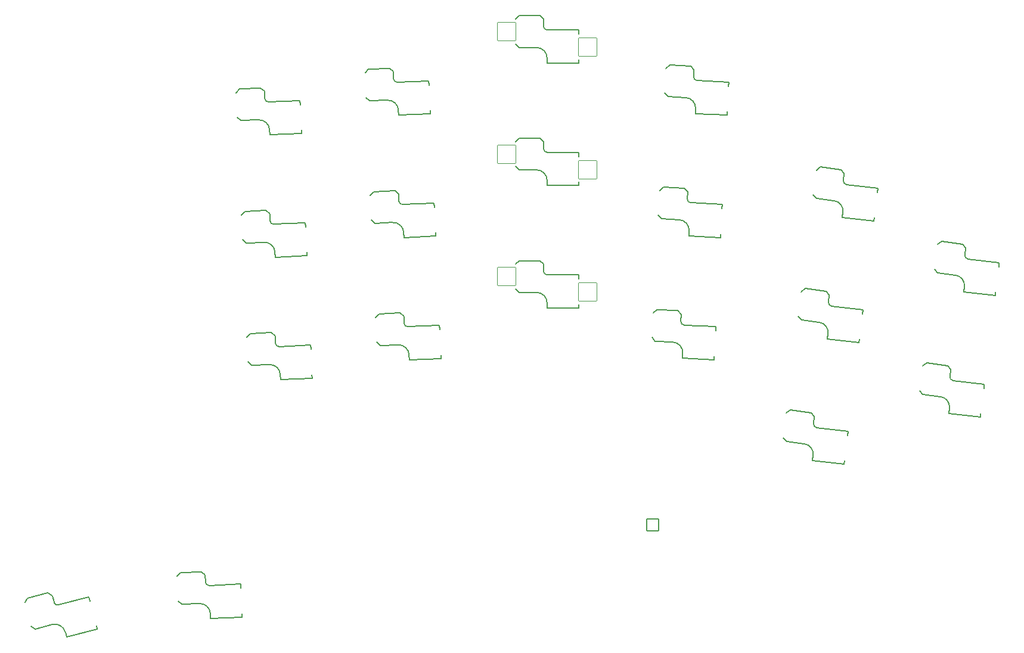
<source format=gbo>
G04 #@! TF.GenerationSoftware,KiCad,Pcbnew,8.0.5-dirty*
G04 #@! TF.CreationDate,2024-10-14T15:43:55+03:00*
G04 #@! TF.ProjectId,Kivipallur_right,4b697669-7061-46c6-9c75-725f72696768,1*
G04 #@! TF.SameCoordinates,Original*
G04 #@! TF.FileFunction,Legend,Bot*
G04 #@! TF.FilePolarity,Positive*
%FSLAX46Y46*%
G04 Gerber Fmt 4.6, Leading zero omitted, Abs format (unit mm)*
G04 Created by KiCad (PCBNEW 8.0.5-dirty) date 2024-10-14 15:43:55*
%MOMM*%
%LPD*%
G01*
G04 APERTURE LIST*
G04 Aperture macros list*
%AMRoundRect*
0 Rectangle with rounded corners*
0 $1 Rounding radius*
0 $2 $3 $4 $5 $6 $7 $8 $9 X,Y pos of 4 corners*
0 Add a 4 corners polygon primitive as box body*
4,1,4,$2,$3,$4,$5,$6,$7,$8,$9,$2,$3,0*
0 Add four circle primitives for the rounded corners*
1,1,$1+$1,$2,$3*
1,1,$1+$1,$4,$5*
1,1,$1+$1,$6,$7*
1,1,$1+$1,$8,$9*
0 Add four rect primitives between the rounded corners*
20,1,$1+$1,$2,$3,$4,$5,0*
20,1,$1+$1,$4,$5,$6,$7,0*
20,1,$1+$1,$6,$7,$8,$9,0*
20,1,$1+$1,$8,$9,$2,$3,0*%
%AMHorizOval*
0 Thick line with rounded ends*
0 $1 width*
0 $2 $3 position (X,Y) of the first rounded end (center of the circle)*
0 $4 $5 position (X,Y) of the second rounded end (center of the circle)*
0 Add line between two ends*
20,1,$1,$2,$3,$4,$5,0*
0 Add two circle primitives to create the rounded ends*
1,1,$1,$2,$3*
1,1,$1,$4,$5*%
G04 Aperture macros list end*
%ADD10C,0.150000*%
%ADD11C,4.500000*%
%ADD12C,1.801800*%
%ADD13C,3.100000*%
%ADD14C,3.529000*%
%ADD15RoundRect,0.050000X-1.242057X-1.355468X1.355468X-1.242057X1.242057X1.355468X-1.355468X1.242057X0*%
%ADD16C,2.132000*%
%ADD17RoundRect,0.050000X-1.366255X-1.230182X1.230182X-1.366255X1.366255X1.230182X-1.230182X1.366255X0*%
%ADD18RoundRect,0.050000X-1.300000X-1.300000X1.300000X-1.300000X1.300000X1.300000X-1.300000X1.300000X0*%
%ADD19RoundRect,0.050000X-1.448740X-1.131880X1.131880X-1.448740X1.448740X1.131880X-1.131880X1.448740X0*%
%ADD20RoundRect,0.050000X-0.850000X-0.850000X0.850000X-0.850000X0.850000X0.850000X-0.850000X0.850000X0*%
%ADD21O,1.800000X1.800000*%
%ADD22C,1.900000*%
%ADD23RoundRect,0.475000X-0.453829X-0.495267X0.495267X-0.453829X0.453829X0.495267X-0.495267X0.453829X0*%
%ADD24C,0.900000*%
%ADD25HorizOval,1.700000X-0.008724X0.199810X0.008724X-0.199810X0*%
%ADD26RoundRect,0.050000X-0.933098X-1.584086X1.584086X-0.933098X0.933098X1.584086X-1.584086X0.933098X0*%
G04 APERTURE END LIST*
D10*
X111683086Y-71595530D02*
X112160801Y-71074197D01*
X111835754Y-75092199D02*
X112357088Y-75569914D01*
X112160801Y-71074197D02*
X115157945Y-70943339D01*
X112357088Y-75569914D02*
X114854708Y-75460865D01*
X115157945Y-70943339D02*
X115679279Y-71421053D01*
X115722899Y-72420101D02*
X115679279Y-71421053D01*
X116418710Y-76894008D02*
X116449243Y-77593342D01*
X116449243Y-77593342D02*
X120944960Y-77397055D01*
X120739949Y-72701528D02*
X116244232Y-72897816D01*
X120766121Y-73300957D02*
X120739949Y-72701528D01*
X120944960Y-77397055D02*
X120923151Y-76897531D01*
X114854708Y-75460865D02*
G75*
G02*
X116418711Y-76894008I65430J-1498573D01*
G01*
X116244232Y-72897816D02*
G75*
G02*
X115722898Y-72420101I-21809J499525D01*
G01*
X170863736Y-71620968D02*
X171336883Y-72146451D01*
X171046912Y-68125765D02*
X171572395Y-67652618D01*
X171336883Y-72146451D02*
X173833457Y-72277291D01*
X171572395Y-67652618D02*
X174568283Y-67809626D01*
X174568283Y-67809626D02*
X175041430Y-68335108D01*
X174989094Y-69333738D02*
X175041430Y-68335108D01*
X175216262Y-74552780D02*
X179710095Y-74788291D01*
X175252897Y-73853739D02*
X175216262Y-74552780D01*
X179710095Y-74788291D02*
X179736263Y-74288977D01*
X179924672Y-70693910D02*
X179956074Y-70094733D01*
X179956074Y-70094733D02*
X175462241Y-69859221D01*
X173833457Y-72277291D02*
G75*
G02*
X175252897Y-73853739I-78504J-1497944D01*
G01*
X175462241Y-69859221D02*
G75*
G02*
X174989094Y-69333738I26168J499315D01*
G01*
X112442063Y-88978969D02*
X112919778Y-88457636D01*
X112594731Y-92475638D02*
X113116065Y-92953353D01*
X112919778Y-88457636D02*
X115916922Y-88326778D01*
X113116065Y-92953353D02*
X115613685Y-92844304D01*
X115916922Y-88326778D02*
X116438256Y-88804492D01*
X116481876Y-89803540D02*
X116438256Y-88804492D01*
X117177687Y-94277447D02*
X117208220Y-94976781D01*
X117208220Y-94976781D02*
X121703937Y-94780494D01*
X121498926Y-90084967D02*
X117003209Y-90281255D01*
X121525098Y-90684396D02*
X121498926Y-90084967D01*
X121703937Y-94780494D02*
X121682128Y-94280970D01*
X115613685Y-92844304D02*
G75*
G02*
X117177688Y-94277447I65430J-1498573D01*
G01*
X117003209Y-90281255D02*
G75*
G02*
X116481875Y-89803540I-21809J499525D01*
G01*
X110924109Y-54212091D02*
X111401824Y-53690758D01*
X111076777Y-57708760D02*
X111598111Y-58186475D01*
X111401824Y-53690758D02*
X114398968Y-53559900D01*
X111598111Y-58186475D02*
X114095731Y-58077426D01*
X114398968Y-53559900D02*
X114920302Y-54037614D01*
X114963922Y-55036662D02*
X114920302Y-54037614D01*
X115659733Y-59510569D02*
X115690266Y-60209903D01*
X115690266Y-60209903D02*
X120185983Y-60013616D01*
X119980972Y-55318089D02*
X115485255Y-55514377D01*
X120007144Y-55917518D02*
X119980972Y-55318089D01*
X120185983Y-60013616D02*
X120164174Y-59514092D01*
X114095731Y-58077426D02*
G75*
G02*
X115659734Y-59510569I65430J-1498573D01*
G01*
X115485255Y-55514377D02*
G75*
G02*
X114963921Y-55036662I-21809J499525D01*
G01*
X150571278Y-61183709D02*
X151071278Y-60683709D01*
X150571278Y-64683709D02*
X151071278Y-65183709D01*
X151071278Y-60683709D02*
X154071278Y-60683709D01*
X151071278Y-65183709D02*
X153571278Y-65183709D01*
X154071278Y-60683709D02*
X154571278Y-61183709D01*
X154571278Y-62183709D02*
X154571278Y-61183709D01*
X155071278Y-66683709D02*
X155071278Y-67383709D01*
X155071278Y-67383709D02*
X159571278Y-67383709D01*
X159571278Y-62683709D02*
X155071278Y-62683709D01*
X159571278Y-63283709D02*
X159571278Y-62683709D01*
X159571278Y-67383709D02*
X159571278Y-66883709D01*
X153571278Y-65183709D02*
G75*
G02*
X155071278Y-66683709I0J-1500000D01*
G01*
X155071278Y-62683709D02*
G75*
G02*
X154571278Y-62183709I0J500000D01*
G01*
X150571278Y-78583709D02*
X151071278Y-78083709D01*
X150571278Y-82083709D02*
X151071278Y-82583709D01*
X151071278Y-78083709D02*
X154071278Y-78083709D01*
X151071278Y-82583709D02*
X153571278Y-82583709D01*
X154071278Y-78083709D02*
X154571278Y-78583709D01*
X154571278Y-79583709D02*
X154571278Y-78583709D01*
X155071278Y-84083709D02*
X155071278Y-84783709D01*
X155071278Y-84783709D02*
X159571278Y-84783709D01*
X159571278Y-80083709D02*
X155071278Y-80083709D01*
X159571278Y-80683709D02*
X159571278Y-80083709D01*
X159571278Y-84783709D02*
X159571278Y-84283709D01*
X153571278Y-82583709D02*
G75*
G02*
X155071278Y-84083709I0J-1500000D01*
G01*
X155071278Y-80083709D02*
G75*
G02*
X154571278Y-79583709I0J500000D01*
G01*
X169953090Y-88997122D02*
X170426237Y-89522605D01*
X170136266Y-85501919D02*
X170661749Y-85028772D01*
X170426237Y-89522605D02*
X172922811Y-89653445D01*
X170661749Y-85028772D02*
X173657637Y-85185780D01*
X173657637Y-85185780D02*
X174130784Y-85711262D01*
X174078448Y-86709892D02*
X174130784Y-85711262D01*
X174305616Y-91928934D02*
X178799449Y-92164445D01*
X174342251Y-91229893D02*
X174305616Y-91928934D01*
X178799449Y-92164445D02*
X178825617Y-91665131D01*
X179014026Y-88070064D02*
X179045428Y-87470887D01*
X179045428Y-87470887D02*
X174551595Y-87235375D01*
X172922811Y-89653445D02*
G75*
G02*
X174342251Y-91229893I-78504J-1497944D01*
G01*
X174551595Y-87235375D02*
G75*
G02*
X174078448Y-86709892I26168J499315D01*
G01*
X102514163Y-122944346D02*
X102991878Y-122423013D01*
X102666831Y-126441015D02*
X103188165Y-126918730D01*
X102991878Y-122423013D02*
X105989022Y-122292155D01*
X103188165Y-126918730D02*
X105685785Y-126809681D01*
X105989022Y-122292155D02*
X106510356Y-122769869D01*
X106553976Y-123768917D02*
X106510356Y-122769869D01*
X107249787Y-128242824D02*
X107280320Y-128942158D01*
X107280320Y-128942158D02*
X111776037Y-128745871D01*
X111571026Y-124050344D02*
X107075309Y-124246632D01*
X111597198Y-124649773D02*
X111571026Y-124050344D01*
X111776037Y-128745871D02*
X111754228Y-128246347D01*
X105685785Y-126809681D02*
G75*
G02*
X107249788Y-128242824I65430J-1498573D01*
G01*
X107075309Y-124246632D02*
G75*
G02*
X106553975Y-123768917I-21809J499525D01*
G01*
X190766315Y-85961242D02*
X191201653Y-86518450D01*
X191192858Y-82487331D02*
X191750065Y-82051994D01*
X191201653Y-86518450D02*
X193683019Y-86823124D01*
X191750065Y-82051994D02*
X194727704Y-82417601D01*
X194727704Y-82417601D02*
X195163042Y-82974808D01*
X194903725Y-89189529D02*
X199370183Y-89737941D01*
X194989034Y-88494747D02*
X194903725Y-89189529D01*
X195041173Y-83967354D02*
X195163042Y-82974808D01*
X199370183Y-89737941D02*
X199431118Y-89241668D01*
X199869847Y-85668502D02*
X199942969Y-85072974D01*
X199942969Y-85072974D02*
X195476511Y-84524562D01*
X193683019Y-86823124D02*
G75*
G02*
X194989034Y-88494747I-182804J-1488819D01*
G01*
X195476511Y-84524562D02*
G75*
G02*
X195041173Y-83967354I60935J496273D01*
G01*
X130737312Y-86178276D02*
X131215027Y-85656943D01*
X130889980Y-89674945D02*
X131411314Y-90152660D01*
X131215027Y-85656943D02*
X134212171Y-85526085D01*
X131411314Y-90152660D02*
X133908934Y-90043611D01*
X134212171Y-85526085D02*
X134733505Y-86003799D01*
X134777125Y-87002847D02*
X134733505Y-86003799D01*
X135472936Y-91476754D02*
X135503469Y-92176088D01*
X135503469Y-92176088D02*
X139999186Y-91979801D01*
X139794175Y-87284274D02*
X135298458Y-87480562D01*
X139820347Y-87883703D02*
X139794175Y-87284274D01*
X139999186Y-91979801D02*
X139977377Y-91480277D01*
X133908934Y-90043611D02*
G75*
G02*
X135472937Y-91476754I65430J-1498573D01*
G01*
X135298458Y-87480562D02*
G75*
G02*
X134777124Y-87002847I-21809J499525D01*
G01*
X192886841Y-68690939D02*
X193322179Y-69248147D01*
X193313384Y-65217028D02*
X193870591Y-64781691D01*
X193322179Y-69248147D02*
X195803545Y-69552821D01*
X193870591Y-64781691D02*
X196848230Y-65147298D01*
X196848230Y-65147298D02*
X197283568Y-65704505D01*
X197024251Y-71919226D02*
X201490709Y-72467638D01*
X197109560Y-71224444D02*
X197024251Y-71919226D01*
X197161699Y-66697051D02*
X197283568Y-65704505D01*
X201490709Y-72467638D02*
X201551644Y-71971365D01*
X201990373Y-68398199D02*
X202063495Y-67802671D01*
X202063495Y-67802671D02*
X197597037Y-67254259D01*
X195803545Y-69552821D02*
G75*
G02*
X197109560Y-71224444I-182804J-1488819D01*
G01*
X197597037Y-67254259D02*
G75*
G02*
X197161699Y-66697051I60935J496273D01*
G01*
X188645788Y-103231545D02*
X189081126Y-103788753D01*
X189072331Y-99757634D02*
X189629538Y-99322297D01*
X189081126Y-103788753D02*
X191562492Y-104093427D01*
X189629538Y-99322297D02*
X192607177Y-99687904D01*
X192607177Y-99687904D02*
X193042515Y-100245111D01*
X192783198Y-106459832D02*
X197249656Y-107008244D01*
X192868507Y-105765050D02*
X192783198Y-106459832D01*
X192920646Y-101237657D02*
X193042515Y-100245111D01*
X197249656Y-107008244D02*
X197310591Y-106511971D01*
X197749320Y-102938805D02*
X197822442Y-102343277D01*
X197822442Y-102343277D02*
X193355984Y-101794865D01*
X191562492Y-104093427D02*
G75*
G02*
X192868507Y-105765050I-182804J-1488819D01*
G01*
X193355984Y-101794865D02*
G75*
G02*
X192920646Y-101237657I60935J496273D01*
G01*
X210125988Y-79270723D02*
X210561326Y-79827931D01*
X210552531Y-75796812D02*
X211109738Y-75361475D01*
X210561326Y-79827931D02*
X213042692Y-80132605D01*
X211109738Y-75361475D02*
X214087377Y-75727082D01*
X214087377Y-75727082D02*
X214522715Y-76284289D01*
X214263398Y-82499010D02*
X218729856Y-83047422D01*
X214348707Y-81804228D02*
X214263398Y-82499010D01*
X214400846Y-77276835D02*
X214522715Y-76284289D01*
X218729856Y-83047422D02*
X218790791Y-82551149D01*
X219229520Y-78977983D02*
X219302642Y-78382455D01*
X219302642Y-78382455D02*
X214836184Y-77834043D01*
X213042692Y-80132605D02*
G75*
G02*
X214348707Y-81804228I-182804J-1488819D01*
G01*
X214836184Y-77834043D02*
G75*
G02*
X214400846Y-77276835I60935J496273D01*
G01*
X171774381Y-54244814D02*
X172247528Y-54770297D01*
X171957557Y-50749611D02*
X172483040Y-50276464D01*
X172247528Y-54770297D02*
X174744102Y-54901137D01*
X172483040Y-50276464D02*
X175478928Y-50433472D01*
X175478928Y-50433472D02*
X175952075Y-50958954D01*
X175899739Y-51957584D02*
X175952075Y-50958954D01*
X176126907Y-57176626D02*
X180620740Y-57412137D01*
X176163542Y-56477585D02*
X176126907Y-57176626D01*
X180620740Y-57412137D02*
X180646908Y-56912823D01*
X180835317Y-53317756D02*
X180866719Y-52718579D01*
X180866719Y-52718579D02*
X176372886Y-52483067D01*
X174744102Y-54901137D02*
G75*
G02*
X176163542Y-56477585I-78504J-1497944D01*
G01*
X176372886Y-52483067D02*
G75*
G02*
X175899739Y-51957584I26168J499315D01*
G01*
X150571278Y-43783709D02*
X151071278Y-43283709D01*
X150571278Y-47283709D02*
X151071278Y-47783709D01*
X151071278Y-43283709D02*
X154071278Y-43283709D01*
X151071278Y-47783709D02*
X153571278Y-47783709D01*
X154071278Y-43283709D02*
X154571278Y-43783709D01*
X154571278Y-44783709D02*
X154571278Y-43783709D01*
X155071278Y-49283709D02*
X155071278Y-49983709D01*
X155071278Y-49983709D02*
X159571278Y-49983709D01*
X159571278Y-45283709D02*
X155071278Y-45283709D01*
X159571278Y-45883709D02*
X159571278Y-45283709D01*
X159571278Y-49983709D02*
X159571278Y-49483709D01*
X153571278Y-47783709D02*
G75*
G02*
X155071278Y-49283709I0J-1500000D01*
G01*
X155071278Y-45283709D02*
G75*
G02*
X154571278Y-44783709I0J500000D01*
G01*
X129978335Y-68794837D02*
X130456050Y-68273504D01*
X130131003Y-72291506D02*
X130652337Y-72769221D01*
X130456050Y-68273504D02*
X133453194Y-68142646D01*
X130652337Y-72769221D02*
X133149957Y-72660172D01*
X133453194Y-68142646D02*
X133974528Y-68620360D01*
X134018148Y-69619408D02*
X133974528Y-68620360D01*
X134713959Y-74093315D02*
X134744492Y-74792649D01*
X134744492Y-74792649D02*
X139240209Y-74596362D01*
X139035198Y-69900835D02*
X134539481Y-70097123D01*
X139061370Y-70500264D02*
X139035198Y-69900835D01*
X139240209Y-74596362D02*
X139218400Y-74096838D01*
X133149957Y-72660172D02*
G75*
G02*
X134713960Y-74093315I65430J-1498573D01*
G01*
X134539481Y-70097123D02*
G75*
G02*
X134018147Y-69619408I-21809J499525D01*
G01*
X129219357Y-51411398D02*
X129697072Y-50890065D01*
X129372025Y-54908067D02*
X129893359Y-55385782D01*
X129697072Y-50890065D02*
X132694216Y-50759207D01*
X129893359Y-55385782D02*
X132390979Y-55276733D01*
X132694216Y-50759207D02*
X133215550Y-51236921D01*
X133259170Y-52235969D02*
X133215550Y-51236921D01*
X133954981Y-56709876D02*
X133985514Y-57409210D01*
X133985514Y-57409210D02*
X138481231Y-57212923D01*
X138276220Y-52517396D02*
X133780503Y-52713684D01*
X138302392Y-53116825D02*
X138276220Y-52517396D01*
X138481231Y-57212923D02*
X138459422Y-56713399D01*
X132390979Y-55276733D02*
G75*
G02*
X133954982Y-56709876I65430J-1498573D01*
G01*
X133780503Y-52713684D02*
G75*
G02*
X133259169Y-52235969I-21809J499525D01*
G01*
X208005461Y-96541026D02*
X208440799Y-97098234D01*
X208432004Y-93067115D02*
X208989211Y-92631778D01*
X208440799Y-97098234D02*
X210922165Y-97402908D01*
X208989211Y-92631778D02*
X211966850Y-92997385D01*
X211966850Y-92997385D02*
X212402188Y-93554592D01*
X212142871Y-99769313D02*
X216609329Y-100317725D01*
X212228180Y-99074531D02*
X212142871Y-99769313D01*
X212280319Y-94547138D02*
X212402188Y-93554592D01*
X216609329Y-100317725D02*
X216670264Y-99821452D01*
X217108993Y-96248286D02*
X217182115Y-95652758D01*
X217182115Y-95652758D02*
X212715657Y-95104346D01*
X210922165Y-97402908D02*
G75*
G02*
X212228180Y-99074531I-182804J-1488819D01*
G01*
X212715657Y-95104346D02*
G75*
G02*
X212280319Y-94547138I60935J496273D01*
G01*
X80899097Y-126674820D02*
X81257981Y-126065556D01*
X81257981Y-126065556D02*
X84162423Y-125314416D01*
X81775427Y-130063337D02*
X82384691Y-130422221D01*
X82384691Y-130422221D02*
X84805060Y-129796271D01*
X84162423Y-125314416D02*
X84771687Y-125673300D01*
X85022067Y-126641448D02*
X84771687Y-125673300D01*
X86632851Y-130872922D02*
X86808117Y-131550626D01*
X86808117Y-131550626D02*
X91164781Y-130423916D01*
X89987994Y-125873622D02*
X85631331Y-127000332D01*
X90138223Y-126454510D02*
X89987994Y-125873622D01*
X91164781Y-130423916D02*
X91039591Y-129939842D01*
X84805060Y-129796271D02*
G75*
G02*
X86632851Y-130872922I375570J-1452221D01*
G01*
X85631331Y-127000332D02*
G75*
G02*
X85022067Y-126641448I-125190J484074D01*
G01*
%LPC*%
D11*
X152571278Y-99283709D03*
D12*
X108522287Y-79440870D03*
D13*
X113757517Y-73256626D03*
D14*
X114017052Y-79200963D03*
D13*
X118848720Y-75236435D03*
D12*
X119511817Y-78961056D03*
D15*
X110485634Y-73399480D03*
D16*
X114274406Y-85095348D03*
X109187565Y-83215443D03*
D15*
X122120603Y-75093582D03*
D12*
X167148722Y-75632036D03*
D13*
X172952583Y-69978038D03*
D14*
X172641184Y-75919884D03*
D13*
X177830592Y-72436703D03*
D12*
X178133646Y-76207732D03*
D17*
X169682071Y-69806638D03*
D16*
X172332402Y-81811798D03*
X167449160Y-79452996D03*
D17*
X181101103Y-72608103D03*
D12*
X109281264Y-96824309D03*
D13*
X114516494Y-90640065D03*
D14*
X114776029Y-96584402D03*
D13*
X119607697Y-92619874D03*
D12*
X120270794Y-96344495D03*
D15*
X111244611Y-90782919D03*
D16*
X115033383Y-102478787D03*
X109946542Y-100598882D03*
D15*
X122879580Y-92477021D03*
D12*
X107763310Y-62057431D03*
D13*
X112998540Y-55873187D03*
D14*
X113258075Y-61817524D03*
D13*
X118089743Y-57852996D03*
D12*
X118752840Y-61577617D03*
D15*
X109726657Y-56016041D03*
D16*
X113515429Y-67711909D03*
X108428588Y-65832004D03*
D15*
X121361626Y-57710143D03*
D12*
X147071278Y-68883709D03*
D13*
X152571278Y-62933709D03*
D14*
X152571278Y-68883709D03*
D13*
X157571278Y-65133709D03*
D12*
X158071278Y-68883709D03*
D18*
X149296278Y-62933709D03*
D16*
X152571278Y-74783709D03*
X147571278Y-72683709D03*
D18*
X160846278Y-65133709D03*
D11*
X207833466Y-114352832D03*
D12*
X147071278Y-86283709D03*
D13*
X152571278Y-80333709D03*
D14*
X152571278Y-86283709D03*
D13*
X157571278Y-82533709D03*
D12*
X158071278Y-86283709D03*
D18*
X149296278Y-80333709D03*
D16*
X152571278Y-92183709D03*
X147571278Y-90083709D03*
D18*
X160846278Y-82533709D03*
D12*
X166238076Y-93008190D03*
D13*
X172041937Y-87354192D03*
D14*
X171730538Y-93296038D03*
D13*
X176919946Y-89812857D03*
D12*
X177223000Y-93583886D03*
D17*
X168771425Y-87182792D03*
D16*
X171421756Y-99187952D03*
X166538514Y-96829150D03*
D17*
X180190457Y-89984257D03*
D12*
X99353364Y-130789686D03*
D13*
X104588594Y-124605442D03*
D14*
X104848129Y-130549779D03*
D13*
X109679797Y-126585251D03*
D12*
X110342894Y-130309872D03*
D15*
X101316711Y-124748296D03*
D16*
X105105483Y-136444164D03*
X100018642Y-134564259D03*
D15*
X112951680Y-126442398D03*
D12*
X186780552Y-89703394D03*
D13*
X192964679Y-84468025D03*
D14*
X192239556Y-90373675D03*
D13*
X197659297Y-87260974D03*
D12*
X197698560Y-91043956D03*
D19*
X189714090Y-84068903D03*
D16*
X191520527Y-96229697D03*
X186813722Y-93536004D03*
D19*
X200909885Y-87660096D03*
D12*
X127576513Y-94023616D03*
D13*
X132811743Y-87839372D03*
D14*
X133071278Y-93783709D03*
D13*
X137902946Y-89819181D03*
D12*
X138566043Y-93543802D03*
D15*
X129539860Y-87982226D03*
D16*
X133328632Y-99678094D03*
X128241791Y-97798189D03*
D15*
X141174829Y-89676328D03*
D12*
X188901078Y-72433091D03*
D13*
X195085205Y-67197722D03*
D14*
X194360082Y-73103372D03*
D13*
X199779823Y-69990671D03*
D12*
X199819086Y-73773653D03*
D19*
X191834616Y-66798600D03*
D16*
X193641053Y-78959394D03*
X188934248Y-76265701D03*
D19*
X203030411Y-70389793D03*
D12*
X184660025Y-106973697D03*
D13*
X190844152Y-101738328D03*
D14*
X190119029Y-107643978D03*
D13*
X195538770Y-104531277D03*
D12*
X195578033Y-108314259D03*
D19*
X187593563Y-101339206D03*
D16*
X189400000Y-113500000D03*
X184693195Y-110806307D03*
D19*
X198789358Y-104930399D03*
D12*
X206140225Y-83012875D03*
D13*
X212324352Y-77777506D03*
D14*
X211599229Y-83683156D03*
D13*
X217018970Y-80570455D03*
D12*
X217058233Y-84353437D03*
D19*
X209073763Y-77378384D03*
D16*
X210880200Y-89539178D03*
X206173395Y-86845485D03*
D19*
X220269558Y-80969577D03*
D11*
X74055123Y-80945739D03*
X93291547Y-118041965D03*
D20*
X170083140Y-115655621D03*
D21*
X170083140Y-118195621D03*
X170083140Y-120735621D03*
X170083140Y-123275621D03*
X170083140Y-125815621D03*
X170083140Y-128355621D03*
X170083140Y-130895621D03*
D12*
X168059367Y-58255882D03*
D13*
X173863228Y-52601884D03*
D14*
X173551829Y-58543730D03*
D13*
X178741237Y-55060549D03*
D12*
X179044291Y-58831578D03*
D17*
X170592716Y-52430484D03*
D16*
X173243047Y-64435644D03*
X168359805Y-62076842D03*
D17*
X182011748Y-55231949D03*
D12*
X147071278Y-51483709D03*
D13*
X152571278Y-45533709D03*
D14*
X152571278Y-51483709D03*
D13*
X157571278Y-47733709D03*
D12*
X158071278Y-51483709D03*
D18*
X149296278Y-45533709D03*
D16*
X152571278Y-57383709D03*
X147571278Y-55283709D03*
D18*
X160846278Y-47733709D03*
D22*
X83461030Y-54456297D03*
X83571823Y-56993880D03*
D23*
X83682616Y-59531462D03*
X83793409Y-62069045D03*
D22*
X83904203Y-64606627D03*
X84014996Y-67144209D03*
X84125789Y-69681792D03*
X84236582Y-72219374D03*
X84347376Y-74756957D03*
X84458169Y-77294539D03*
X84568962Y-79832122D03*
X84679755Y-82369704D03*
X98686525Y-53791538D03*
D23*
X98797318Y-56329120D03*
D22*
X98908111Y-58866703D03*
X99018904Y-61404285D03*
X99129698Y-63941868D03*
X99240491Y-66479450D03*
X99351284Y-69017033D03*
X99462077Y-71554615D03*
X99572871Y-74092197D03*
X99683664Y-76629780D03*
X99794457Y-79167362D03*
X99905250Y-81704945D03*
X87217338Y-82258911D03*
X89754920Y-82148118D03*
X92292503Y-82037325D03*
X94830085Y-81926531D03*
X97367668Y-81815738D03*
X98575731Y-51253955D03*
X83350236Y-51918715D03*
D12*
X126817536Y-76640177D03*
D13*
X132052766Y-70455933D03*
D14*
X132312301Y-76400270D03*
D13*
X137143969Y-72435742D03*
D12*
X137807066Y-76160363D03*
D15*
X128780883Y-70598787D03*
D16*
X132569655Y-82294655D03*
X127482814Y-80414750D03*
D15*
X140415852Y-72292889D03*
D11*
X213244465Y-70283783D03*
D24*
X73877804Y-53087283D03*
X74183140Y-60080621D03*
D25*
X76376264Y-57582580D03*
X76245406Y-54585436D03*
X72003101Y-62878373D03*
X76550742Y-61578773D03*
D11*
X174232197Y-45561546D03*
X178017511Y-132353354D03*
X130964461Y-45529680D03*
D12*
X126058558Y-59256738D03*
D13*
X131293788Y-53072494D03*
D14*
X131553323Y-59016831D03*
D13*
X136384991Y-55052303D03*
D12*
X137048088Y-58776924D03*
D15*
X128021905Y-53215348D03*
D16*
X131810677Y-64911216D03*
X126723836Y-63031311D03*
D15*
X139656874Y-54909450D03*
D12*
X204019698Y-100283178D03*
D13*
X210203825Y-95047809D03*
D14*
X209478702Y-100953459D03*
D13*
X214898443Y-97840758D03*
D12*
X214937706Y-101623740D03*
D19*
X206953236Y-94648687D03*
D16*
X208759673Y-106809481D03*
X204052868Y-104115788D03*
D19*
X218149031Y-98239880D03*
D12*
X79438506Y-135005887D03*
D13*
X83273557Y-127868319D03*
D14*
X84763318Y-133628797D03*
D13*
X88665131Y-128746343D03*
D12*
X90088130Y-132251707D03*
D26*
X80102873Y-128688313D03*
D16*
X86240560Y-139340868D03*
X80874024Y-138559658D03*
D26*
X91835815Y-127926349D03*
%LPD*%
M02*

</source>
